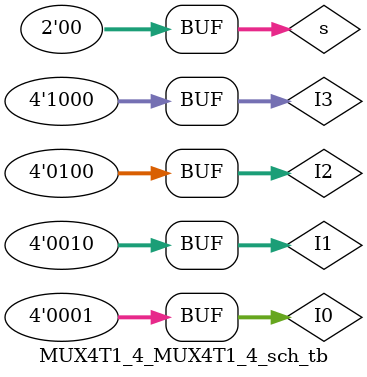
<source format=v>

`timescale 1ns / 1ps

module MUX4T1_4_MUX4T1_4_sch_tb();

// Inputs
   reg [1:0] s;
   reg [3:0] I1;
   reg [3:0] I2;
   reg [3:0] I3;
   reg [3:0] I0;

// Output
   wire [3:0] o;

// Bidirs

// Instantiate the UUT
   MUX4T1_4 UUT (
		.s(s), 
		.I1(I1), 
		.I2(I2), 
		.I3(I3), 
		.o(o), 
		.I0(I0)
   );
// Initialize Inputs
   initial begin
s = 0;
I0 = 0;
I1 = 0;
I2 = 0;
I3 = 0;
I0[0] = 1; I1[1] = 1; I2[2] = 1; I3[3] = 1;
#50;
s[0] = 1; #50;
s[0] = 0; s[1] = 1; #50;
s[0] = 1; #50;
s[0] = 0; s[1] = 0;
end
endmodule

</source>
